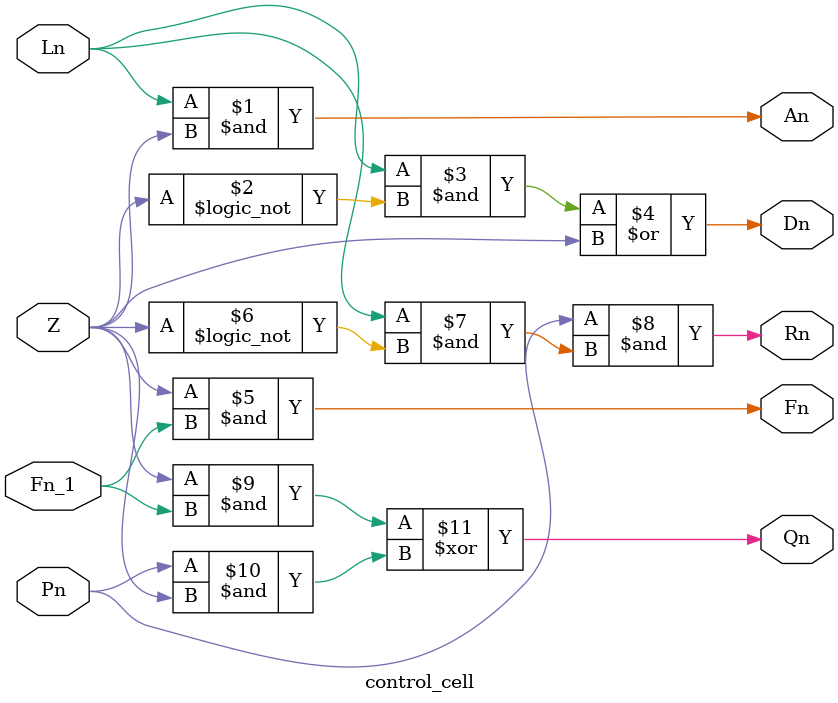
<source format=v>
module control_cell (Ln,Z,Fn_1,Pn,An,Dn,Rn,Qn,Fn);
input wire Ln,Z,Fn_1,Pn;
output wire An,Dn,Rn,Qn,Fn;

assign An= Ln & Z;
assign Dn= (Ln & !Z) |Z;
assign Fn= Z & Fn_1;
assign Rn= Pn & (Ln & !Z);
assign Qn= (Z & Fn_1)^(Pn &Z);
endmodule


</source>
